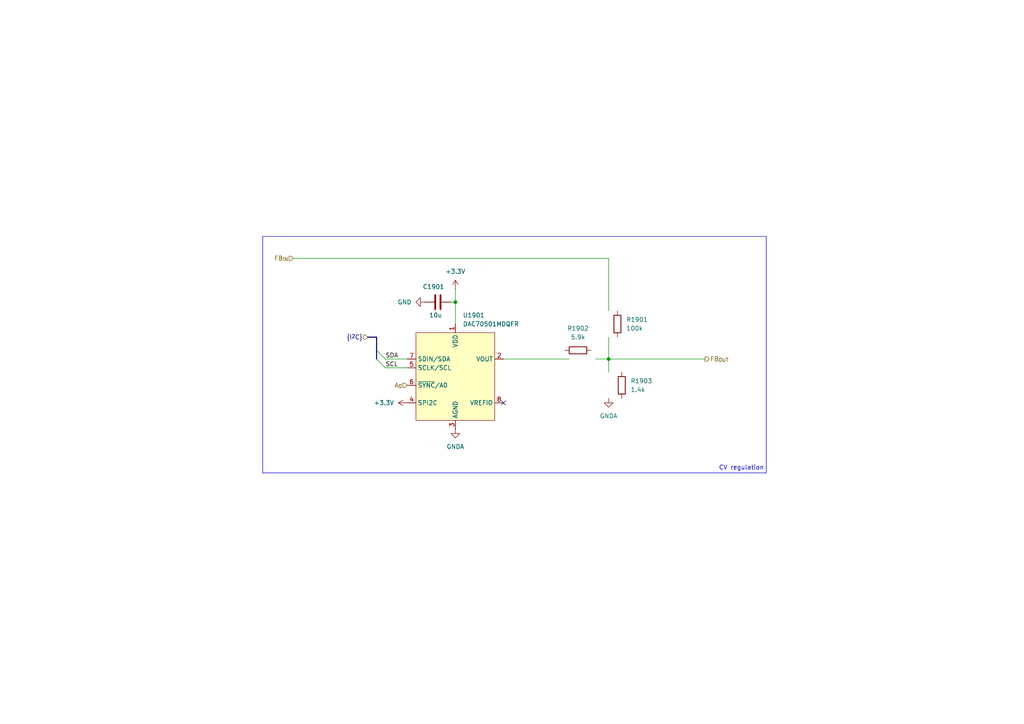
<source format=kicad_sch>
(kicad_sch (version 20250114) (generator "eeschema") (generator_version "9.0")
  (paper "A4")
  (lib_symbols
    (symbol "Device:C" (pin_numbers (hide yes)) (pin_names (offset 0.254))
      (property "Reference" "C" (at 0.635 2.54 0))
      (property "Value" "C" (at 0.635 -2.54 0))
      (symbol "C_0_1"
        (polyline (pts (xy -2.032 0.762) (xy 2.032 0.762)) (stroke (width 0.508)))
        (polyline (pts (xy -2.032 -0.762) (xy 2.032 -0.762)) (stroke (width 0.508)))
      )
      (symbol "C_1_1"
        (pin passive line (at 0 3.81 270) (length 2.794) (name "~") (number "1"))
        (pin passive line (at 0 -3.81 90) (length 2.794) (name "~") (number "2"))
      )
    )
    (symbol "Device:R" (pin_numbers (hide yes)) (pin_names (offset 0))
      (property "Reference" "R" (at 2.032 0 90))
      (property "Value" "R" (at 0 0 90))
      (symbol "R_0_1"
        (rectangle (start -1.016 -2.54) (end 1.016 2.54) (stroke (width 0.254)))
      )
      (symbol "R_1_1"
        (pin passive line (at 0 3.81 270) (length 1.27) (name "~") (number "1"))
        (pin passive line (at 0 -3.81 90) (length 1.27) (name "~") (number "2"))
      )
    )
    (symbol "Power_supply:DAC70501MDQFR"
      (property "Reference" "U" (at 2.794 17.018 0))
      (property "Value" "DAC70501MDQFR" (at 9.906 14.478 0))
      (symbol "DAC70501MDQFR_0_0"
        (pin bidirectional line (at -13.97 5.08 0) (length 2.54) (name "SDIN/SDA") (number "7"))
        (pin input line (at -13.97 2.54 0) (length 2.54) (name "SCLK/SCL") (number "5"))
        (pin input line (at -13.97 -2.54 0) (length 2.54) (name "~{SYNC}/A0") (number "6"))
        (pin input line (at -13.97 -7.62 0) (length 2.54) (name "SPI2C") (number "4"))
        (pin power_in line (at 0 15.24 270) (length 2.54) (name "VDD") (number "1"))
        (pin passive line (at 0 -15.24 90) (length 2.54) (name "AGND") (number "3"))
        (pin output line (at 13.97 5.08 180) (length 2.54) (name "VOUT") (number "2"))
        (pin bidirectional line (at 13.97 -7.62 180) (length 2.54) (name "VREFIO") (number "8"))
      )
      (symbol "DAC70501MDQFR_0_1"
        (rectangle (start -11.43 12.7) (end 11.43 -12.7) (fill (type background)))
      )
    )
    (symbol "power:+3.3V" (power) (pin_numbers (hide yes)) (pin_names (offset 0) (hide yes))
      (property "Value" "+3.3V" (at 0 3.556 0))
      (symbol "+3.3V_0_1"
        (polyline (pts (xy -0.762 1.27) (xy 0 2.54)))
        (polyline (pts (xy 0 2.54) (xy 0.762 1.27)))
        (polyline (pts (xy 0 0) (xy 0 2.54)))
      )
      (symbol "+3.3V_1_1"
        (pin power_in line (at 0 0 90) (length 0) (name "~") (number "1"))
      )
    )
    (symbol "power:GND" (power) (pin_numbers (hide yes)) (pin_names (offset 0) (hide yes))
      (property "Value" "GND" (at 0 -3.81 0))
      (symbol "GND_0_1"
        (polyline (pts (xy 0 0) (xy 0 -1.27) (xy 1.27 -1.27) (xy 0 -2.54) (xy -1.27 -1.27) (xy 0 -1.27)))
      )
      (symbol "GND_1_1"
        (pin power_in line (at 0 0 270) (length 0) (name "~") (number "1"))
      )
    )
    (symbol "power:GNDA" (power) (pin_numbers (hide yes)) (pin_names (offset 0) (hide yes))
      (property "Value" "GNDA" (at 0 -3.81 0))
      (symbol "GNDA_0_1"
        (polyline (pts (xy 0 0) (xy 0 -1.27) (xy 1.27 -1.27) (xy 0 -2.54) (xy -1.27 -1.27) (xy 0 -1.27)))
      )
      (symbol "GNDA_1_1"
        (pin power_in line (at 0 0 270) (length 0) (name "~") (number "1"))
      )
    )
  )
  (rectangle (start 76.2 68.58) (end 222.25 137.16))
  (text "CV regulation" (at 221.615 136.525 0) (effects (font (size 1.27 1.27)) (justify right bottom)))
  (junction (at 176.53 104.14))
  (junction (at 132.08 87.63))
  (no_connect (at 146.05 116.84))
  (bus_entry (at 109.22 104.14) (size 2.54 2.54))
  (bus_entry (at 109.22 101.6) (size 2.54 2.54))
  (wire (pts (xy 176.53 104.14) (xy 172.72 104.14)))
  (wire (pts (xy 132.08 93.98) (xy 132.08 87.63)))
  (wire (pts (xy 176.53 104.14) (xy 204.47 104.14)))
  (bus (pts (xy 109.22 101.6) (xy 109.22 104.14)))
  (wire (pts (xy 146.05 104.14) (xy 165.1 104.14)))
  (wire (pts (xy 111.76 106.68) (xy 118.11 106.68)))
  (wire (pts (xy 111.76 104.14) (xy 118.11 104.14)))
  (wire (pts (xy 176.53 74.93) (xy 176.53 90.17)))
  (wire (pts (xy 132.08 83.82) (xy 132.08 87.63)))
  (bus (pts (xy 109.22 97.79) (xy 109.22 101.6)))
  (bus (pts (xy 106.68 97.79) (xy 109.22 97.79)))
  (wire (pts (xy 132.08 87.63) (xy 130.81 87.63)))
  (wire (pts (xy 85.09 74.93) (xy 176.53 74.93)))
  (wire (pts (xy 176.53 107.95) (xy 176.53 104.14)))
  (wire (pts (xy 176.53 97.79) (xy 176.53 104.14)))
  (label "SDA" (at 111.76 104.14 0))
  (label "SCL" (at 111.76 106.68 0))
  (hierarchical_label "A_{0}" (shape input) (at 118.11 111.76 180))
  (hierarchical_label "FB_{OUT}" (shape output) (at 204.47 104.14 0))
  (hierarchical_label "FB_{IN}" (shape input) (at 85.09 74.93 180))
  (hierarchical_label "{I^{2}C}" (shape input) (at 106.68 97.79 180))
  (symbol (lib_id "Device:R") (at 167.64 101.6 90) (unit 1)
    (property "Reference" "R1902" (at 167.64 95.25 90))
    (property "Value" "5.9k" (at 167.64 97.79 90))
    (property "Description" "Resistor" (effects (hide yes)))
  )
  (symbol (lib_id "power:GNDA") (at 176.53 115.57 0) (unit 1)
    (property "Reference" "#PWR01905" (effects (hide yes)))
    (property "Value" "GNDA" (at 176.53 120.65 0))
    (property "Description" "Power symbol creates a global label with name \"GNDA\" , analog ground" (effects (hide yes)))
  )
  (symbol (lib_id "power:+3.3V") (at 118.11 116.84 90) (unit 1)
    (property "Reference" "#PWR01904" (effects (hide yes)))
    (property "Value" "+3.3V" (at 114.3 116.8399 90) (effects (justify left)))
    (property "Description" "Power symbol creates a global label with name \"+3.3V\"" (effects (hide yes)))
  )
  (symbol (lib_id "Device:R") (at 179.07 93.98 180) (unit 1)
    (property "Reference" "R1901" (at 181.61 92.7099 0) (effects (justify right)))
    (property "Value" "100k" (at 181.61 95.2499 0) (effects (justify right)))
    (property "Description" "Resistor" (effects (hide yes)))
  )
  (symbol (lib_id "power:GNDA") (at 132.08 124.46 0) (unit 1)
    (property "Reference" "#PWR01903" (effects (hide yes)))
    (property "Value" "GNDA" (at 132.08 129.54 0))
    (property "Description" "Power symbol creates a global label with name \"GNDA\" , analog ground" (effects (hide yes)))
  )
  (symbol (lib_id "Power_supply:DAC70501MDQFR") (at 132.08 109.22 0) (unit 1)
    (property "Reference" "U1901" (at 134.2233 91.44 0) (effects (justify left)))
    (property "Value" "DAC70501MDQFR" (at 134.2233 93.98 0) (effects (justify left)))
    (property "Footprint" "Power_supply:Texas_DQF0008A_WSON-8_2x2mm_P0.8mm" (effects (hide yes)))
    (property "Datasheet" "https://www.ti.com/lit/ds/symlink/dac70501.pdf?ts=1758449264718" (effects (hide yes)))
  )
  (symbol (lib_id "Device:C") (at 127 87.63 90) (mirror x) (unit 1)
    (property "Reference" "C1901" (at 125.73 83.185 90))
    (property "Value" "10u" (at 126.365 91.44 90))
    (property "Description" "Unpolarized capacitor" (effects (hide yes)))
  )
  (symbol (lib_id "Device:R") (at 180.34 111.76 0) (unit 1)
    (property "Reference" "R1903" (at 182.88 110.4899 0) (effects (justify left)))
    (property "Value" "1.4k" (at 182.88 113.0299 0) (effects (justify left)))
    (property "Description" "Resistor" (effects (hide yes)))
  )
  (symbol (lib_id "power:GND") (at 123.19 87.63 270) (unit 1)
    (property "Reference" "#PWR01902" (effects (hide yes)))
    (property "Value" "GND" (at 119.38 87.6299 90) (effects (justify right)))
    (property "Description" "Power symbol creates a global label with name \"GND\" , ground" (effects (hide yes)))
  )
  (symbol (lib_id "power:+3.3V") (at 132.08 83.82 0) (unit 1)
    (property "Reference" "#PWR01901" (effects (hide yes)))
    (property "Value" "+3.3V" (at 132.08 78.74 0))
    (property "Description" "Power symbol creates a global label with name \"+3.3V\"" (effects (hide yes)))
  )
)
</source>
